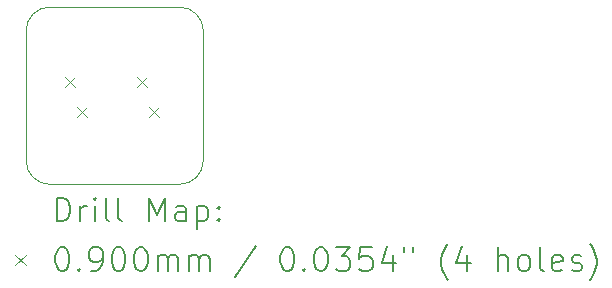
<source format=gbr>
%TF.GenerationSoftware,KiCad,Pcbnew,8.0.1-8.0.1-1~ubuntu22.04.1*%
%TF.CreationDate,2024-03-30T14:56:26-04:00*%
%TF.ProjectId,terminaison_can,7465726d-696e-4616-9973-6f6e5f63616e,rev?*%
%TF.SameCoordinates,Original*%
%TF.FileFunction,Drillmap*%
%TF.FilePolarity,Positive*%
%FSLAX45Y45*%
G04 Gerber Fmt 4.5, Leading zero omitted, Abs format (unit mm)*
G04 Created by KiCad (PCBNEW 8.0.1-8.0.1-1~ubuntu22.04.1) date 2024-03-30 14:56:26*
%MOMM*%
%LPD*%
G01*
G04 APERTURE LIST*
%ADD10C,0.050000*%
%ADD11C,0.200000*%
%ADD12C,0.100000*%
G04 APERTURE END LIST*
D10*
X1900000Y-3500000D02*
G75*
G02*
X1700000Y-3300000I0J200000D01*
G01*
X3200000Y-2200000D02*
X3200000Y-3300000D01*
X3200000Y-3300000D02*
G75*
G02*
X3000000Y-3500000I-200000J0D01*
G01*
X1700000Y-2200000D02*
X1700000Y-3300000D01*
X1900000Y-2000000D02*
X3000000Y-2000000D01*
X1700000Y-2200000D02*
G75*
G02*
X1900000Y-2000000I200000J0D01*
G01*
X3000000Y-3500000D02*
X1900000Y-3500000D01*
X3000000Y-2000000D02*
G75*
G02*
X3200000Y-2200000I0J-200000D01*
G01*
D11*
D12*
X2026600Y-2590000D02*
X2116600Y-2680000D01*
X2116600Y-2590000D02*
X2026600Y-2680000D01*
X2128200Y-2843000D02*
X2218200Y-2933000D01*
X2218200Y-2843000D02*
X2128200Y-2933000D01*
X2636200Y-2590000D02*
X2726200Y-2680000D01*
X2726200Y-2590000D02*
X2636200Y-2680000D01*
X2737800Y-2843000D02*
X2827800Y-2933000D01*
X2827800Y-2843000D02*
X2737800Y-2933000D01*
D11*
X1958277Y-3813984D02*
X1958277Y-3613984D01*
X1958277Y-3613984D02*
X2005896Y-3613984D01*
X2005896Y-3613984D02*
X2034467Y-3623508D01*
X2034467Y-3623508D02*
X2053515Y-3642555D01*
X2053515Y-3642555D02*
X2063039Y-3661603D01*
X2063039Y-3661603D02*
X2072562Y-3699698D01*
X2072562Y-3699698D02*
X2072562Y-3728269D01*
X2072562Y-3728269D02*
X2063039Y-3766365D01*
X2063039Y-3766365D02*
X2053515Y-3785412D01*
X2053515Y-3785412D02*
X2034467Y-3804460D01*
X2034467Y-3804460D02*
X2005896Y-3813984D01*
X2005896Y-3813984D02*
X1958277Y-3813984D01*
X2158277Y-3813984D02*
X2158277Y-3680650D01*
X2158277Y-3718746D02*
X2167801Y-3699698D01*
X2167801Y-3699698D02*
X2177324Y-3690174D01*
X2177324Y-3690174D02*
X2196372Y-3680650D01*
X2196372Y-3680650D02*
X2215420Y-3680650D01*
X2282086Y-3813984D02*
X2282086Y-3680650D01*
X2282086Y-3613984D02*
X2272563Y-3623508D01*
X2272563Y-3623508D02*
X2282086Y-3633031D01*
X2282086Y-3633031D02*
X2291610Y-3623508D01*
X2291610Y-3623508D02*
X2282086Y-3613984D01*
X2282086Y-3613984D02*
X2282086Y-3633031D01*
X2405896Y-3813984D02*
X2386848Y-3804460D01*
X2386848Y-3804460D02*
X2377324Y-3785412D01*
X2377324Y-3785412D02*
X2377324Y-3613984D01*
X2510658Y-3813984D02*
X2491610Y-3804460D01*
X2491610Y-3804460D02*
X2482086Y-3785412D01*
X2482086Y-3785412D02*
X2482086Y-3613984D01*
X2739229Y-3813984D02*
X2739229Y-3613984D01*
X2739229Y-3613984D02*
X2805896Y-3756841D01*
X2805896Y-3756841D02*
X2872562Y-3613984D01*
X2872562Y-3613984D02*
X2872562Y-3813984D01*
X3053515Y-3813984D02*
X3053515Y-3709222D01*
X3053515Y-3709222D02*
X3043991Y-3690174D01*
X3043991Y-3690174D02*
X3024943Y-3680650D01*
X3024943Y-3680650D02*
X2986848Y-3680650D01*
X2986848Y-3680650D02*
X2967801Y-3690174D01*
X3053515Y-3804460D02*
X3034467Y-3813984D01*
X3034467Y-3813984D02*
X2986848Y-3813984D01*
X2986848Y-3813984D02*
X2967801Y-3804460D01*
X2967801Y-3804460D02*
X2958277Y-3785412D01*
X2958277Y-3785412D02*
X2958277Y-3766365D01*
X2958277Y-3766365D02*
X2967801Y-3747317D01*
X2967801Y-3747317D02*
X2986848Y-3737793D01*
X2986848Y-3737793D02*
X3034467Y-3737793D01*
X3034467Y-3737793D02*
X3053515Y-3728269D01*
X3148753Y-3680650D02*
X3148753Y-3880650D01*
X3148753Y-3690174D02*
X3167801Y-3680650D01*
X3167801Y-3680650D02*
X3205896Y-3680650D01*
X3205896Y-3680650D02*
X3224943Y-3690174D01*
X3224943Y-3690174D02*
X3234467Y-3699698D01*
X3234467Y-3699698D02*
X3243991Y-3718746D01*
X3243991Y-3718746D02*
X3243991Y-3775888D01*
X3243991Y-3775888D02*
X3234467Y-3794936D01*
X3234467Y-3794936D02*
X3224943Y-3804460D01*
X3224943Y-3804460D02*
X3205896Y-3813984D01*
X3205896Y-3813984D02*
X3167801Y-3813984D01*
X3167801Y-3813984D02*
X3148753Y-3804460D01*
X3329705Y-3794936D02*
X3339229Y-3804460D01*
X3339229Y-3804460D02*
X3329705Y-3813984D01*
X3329705Y-3813984D02*
X3320182Y-3804460D01*
X3320182Y-3804460D02*
X3329705Y-3794936D01*
X3329705Y-3794936D02*
X3329705Y-3813984D01*
X3329705Y-3690174D02*
X3339229Y-3699698D01*
X3339229Y-3699698D02*
X3329705Y-3709222D01*
X3329705Y-3709222D02*
X3320182Y-3699698D01*
X3320182Y-3699698D02*
X3329705Y-3690174D01*
X3329705Y-3690174D02*
X3329705Y-3709222D01*
D12*
X1607500Y-4097500D02*
X1697500Y-4187500D01*
X1697500Y-4097500D02*
X1607500Y-4187500D01*
D11*
X1996372Y-4033984D02*
X2015420Y-4033984D01*
X2015420Y-4033984D02*
X2034467Y-4043508D01*
X2034467Y-4043508D02*
X2043991Y-4053031D01*
X2043991Y-4053031D02*
X2053515Y-4072079D01*
X2053515Y-4072079D02*
X2063039Y-4110174D01*
X2063039Y-4110174D02*
X2063039Y-4157793D01*
X2063039Y-4157793D02*
X2053515Y-4195889D01*
X2053515Y-4195889D02*
X2043991Y-4214936D01*
X2043991Y-4214936D02*
X2034467Y-4224460D01*
X2034467Y-4224460D02*
X2015420Y-4233984D01*
X2015420Y-4233984D02*
X1996372Y-4233984D01*
X1996372Y-4233984D02*
X1977324Y-4224460D01*
X1977324Y-4224460D02*
X1967801Y-4214936D01*
X1967801Y-4214936D02*
X1958277Y-4195889D01*
X1958277Y-4195889D02*
X1948753Y-4157793D01*
X1948753Y-4157793D02*
X1948753Y-4110174D01*
X1948753Y-4110174D02*
X1958277Y-4072079D01*
X1958277Y-4072079D02*
X1967801Y-4053031D01*
X1967801Y-4053031D02*
X1977324Y-4043508D01*
X1977324Y-4043508D02*
X1996372Y-4033984D01*
X2148753Y-4214936D02*
X2158277Y-4224460D01*
X2158277Y-4224460D02*
X2148753Y-4233984D01*
X2148753Y-4233984D02*
X2139229Y-4224460D01*
X2139229Y-4224460D02*
X2148753Y-4214936D01*
X2148753Y-4214936D02*
X2148753Y-4233984D01*
X2253515Y-4233984D02*
X2291610Y-4233984D01*
X2291610Y-4233984D02*
X2310658Y-4224460D01*
X2310658Y-4224460D02*
X2320182Y-4214936D01*
X2320182Y-4214936D02*
X2339229Y-4186365D01*
X2339229Y-4186365D02*
X2348753Y-4148269D01*
X2348753Y-4148269D02*
X2348753Y-4072079D01*
X2348753Y-4072079D02*
X2339229Y-4053031D01*
X2339229Y-4053031D02*
X2329705Y-4043508D01*
X2329705Y-4043508D02*
X2310658Y-4033984D01*
X2310658Y-4033984D02*
X2272563Y-4033984D01*
X2272563Y-4033984D02*
X2253515Y-4043508D01*
X2253515Y-4043508D02*
X2243991Y-4053031D01*
X2243991Y-4053031D02*
X2234467Y-4072079D01*
X2234467Y-4072079D02*
X2234467Y-4119698D01*
X2234467Y-4119698D02*
X2243991Y-4138746D01*
X2243991Y-4138746D02*
X2253515Y-4148269D01*
X2253515Y-4148269D02*
X2272563Y-4157793D01*
X2272563Y-4157793D02*
X2310658Y-4157793D01*
X2310658Y-4157793D02*
X2329705Y-4148269D01*
X2329705Y-4148269D02*
X2339229Y-4138746D01*
X2339229Y-4138746D02*
X2348753Y-4119698D01*
X2472563Y-4033984D02*
X2491610Y-4033984D01*
X2491610Y-4033984D02*
X2510658Y-4043508D01*
X2510658Y-4043508D02*
X2520182Y-4053031D01*
X2520182Y-4053031D02*
X2529705Y-4072079D01*
X2529705Y-4072079D02*
X2539229Y-4110174D01*
X2539229Y-4110174D02*
X2539229Y-4157793D01*
X2539229Y-4157793D02*
X2529705Y-4195889D01*
X2529705Y-4195889D02*
X2520182Y-4214936D01*
X2520182Y-4214936D02*
X2510658Y-4224460D01*
X2510658Y-4224460D02*
X2491610Y-4233984D01*
X2491610Y-4233984D02*
X2472563Y-4233984D01*
X2472563Y-4233984D02*
X2453515Y-4224460D01*
X2453515Y-4224460D02*
X2443991Y-4214936D01*
X2443991Y-4214936D02*
X2434467Y-4195889D01*
X2434467Y-4195889D02*
X2424944Y-4157793D01*
X2424944Y-4157793D02*
X2424944Y-4110174D01*
X2424944Y-4110174D02*
X2434467Y-4072079D01*
X2434467Y-4072079D02*
X2443991Y-4053031D01*
X2443991Y-4053031D02*
X2453515Y-4043508D01*
X2453515Y-4043508D02*
X2472563Y-4033984D01*
X2663039Y-4033984D02*
X2682086Y-4033984D01*
X2682086Y-4033984D02*
X2701134Y-4043508D01*
X2701134Y-4043508D02*
X2710658Y-4053031D01*
X2710658Y-4053031D02*
X2720182Y-4072079D01*
X2720182Y-4072079D02*
X2729705Y-4110174D01*
X2729705Y-4110174D02*
X2729705Y-4157793D01*
X2729705Y-4157793D02*
X2720182Y-4195889D01*
X2720182Y-4195889D02*
X2710658Y-4214936D01*
X2710658Y-4214936D02*
X2701134Y-4224460D01*
X2701134Y-4224460D02*
X2682086Y-4233984D01*
X2682086Y-4233984D02*
X2663039Y-4233984D01*
X2663039Y-4233984D02*
X2643991Y-4224460D01*
X2643991Y-4224460D02*
X2634467Y-4214936D01*
X2634467Y-4214936D02*
X2624944Y-4195889D01*
X2624944Y-4195889D02*
X2615420Y-4157793D01*
X2615420Y-4157793D02*
X2615420Y-4110174D01*
X2615420Y-4110174D02*
X2624944Y-4072079D01*
X2624944Y-4072079D02*
X2634467Y-4053031D01*
X2634467Y-4053031D02*
X2643991Y-4043508D01*
X2643991Y-4043508D02*
X2663039Y-4033984D01*
X2815420Y-4233984D02*
X2815420Y-4100650D01*
X2815420Y-4119698D02*
X2824943Y-4110174D01*
X2824943Y-4110174D02*
X2843991Y-4100650D01*
X2843991Y-4100650D02*
X2872563Y-4100650D01*
X2872563Y-4100650D02*
X2891610Y-4110174D01*
X2891610Y-4110174D02*
X2901134Y-4129222D01*
X2901134Y-4129222D02*
X2901134Y-4233984D01*
X2901134Y-4129222D02*
X2910658Y-4110174D01*
X2910658Y-4110174D02*
X2929705Y-4100650D01*
X2929705Y-4100650D02*
X2958277Y-4100650D01*
X2958277Y-4100650D02*
X2977324Y-4110174D01*
X2977324Y-4110174D02*
X2986848Y-4129222D01*
X2986848Y-4129222D02*
X2986848Y-4233984D01*
X3082086Y-4233984D02*
X3082086Y-4100650D01*
X3082086Y-4119698D02*
X3091610Y-4110174D01*
X3091610Y-4110174D02*
X3110658Y-4100650D01*
X3110658Y-4100650D02*
X3139229Y-4100650D01*
X3139229Y-4100650D02*
X3158277Y-4110174D01*
X3158277Y-4110174D02*
X3167801Y-4129222D01*
X3167801Y-4129222D02*
X3167801Y-4233984D01*
X3167801Y-4129222D02*
X3177324Y-4110174D01*
X3177324Y-4110174D02*
X3196372Y-4100650D01*
X3196372Y-4100650D02*
X3224943Y-4100650D01*
X3224943Y-4100650D02*
X3243991Y-4110174D01*
X3243991Y-4110174D02*
X3253515Y-4129222D01*
X3253515Y-4129222D02*
X3253515Y-4233984D01*
X3643991Y-4024460D02*
X3472563Y-4281603D01*
X3901134Y-4033984D02*
X3920182Y-4033984D01*
X3920182Y-4033984D02*
X3939229Y-4043508D01*
X3939229Y-4043508D02*
X3948753Y-4053031D01*
X3948753Y-4053031D02*
X3958277Y-4072079D01*
X3958277Y-4072079D02*
X3967801Y-4110174D01*
X3967801Y-4110174D02*
X3967801Y-4157793D01*
X3967801Y-4157793D02*
X3958277Y-4195889D01*
X3958277Y-4195889D02*
X3948753Y-4214936D01*
X3948753Y-4214936D02*
X3939229Y-4224460D01*
X3939229Y-4224460D02*
X3920182Y-4233984D01*
X3920182Y-4233984D02*
X3901134Y-4233984D01*
X3901134Y-4233984D02*
X3882086Y-4224460D01*
X3882086Y-4224460D02*
X3872563Y-4214936D01*
X3872563Y-4214936D02*
X3863039Y-4195889D01*
X3863039Y-4195889D02*
X3853515Y-4157793D01*
X3853515Y-4157793D02*
X3853515Y-4110174D01*
X3853515Y-4110174D02*
X3863039Y-4072079D01*
X3863039Y-4072079D02*
X3872563Y-4053031D01*
X3872563Y-4053031D02*
X3882086Y-4043508D01*
X3882086Y-4043508D02*
X3901134Y-4033984D01*
X4053515Y-4214936D02*
X4063039Y-4224460D01*
X4063039Y-4224460D02*
X4053515Y-4233984D01*
X4053515Y-4233984D02*
X4043991Y-4224460D01*
X4043991Y-4224460D02*
X4053515Y-4214936D01*
X4053515Y-4214936D02*
X4053515Y-4233984D01*
X4186848Y-4033984D02*
X4205896Y-4033984D01*
X4205896Y-4033984D02*
X4224944Y-4043508D01*
X4224944Y-4043508D02*
X4234468Y-4053031D01*
X4234468Y-4053031D02*
X4243991Y-4072079D01*
X4243991Y-4072079D02*
X4253515Y-4110174D01*
X4253515Y-4110174D02*
X4253515Y-4157793D01*
X4253515Y-4157793D02*
X4243991Y-4195889D01*
X4243991Y-4195889D02*
X4234468Y-4214936D01*
X4234468Y-4214936D02*
X4224944Y-4224460D01*
X4224944Y-4224460D02*
X4205896Y-4233984D01*
X4205896Y-4233984D02*
X4186848Y-4233984D01*
X4186848Y-4233984D02*
X4167801Y-4224460D01*
X4167801Y-4224460D02*
X4158277Y-4214936D01*
X4158277Y-4214936D02*
X4148753Y-4195889D01*
X4148753Y-4195889D02*
X4139229Y-4157793D01*
X4139229Y-4157793D02*
X4139229Y-4110174D01*
X4139229Y-4110174D02*
X4148753Y-4072079D01*
X4148753Y-4072079D02*
X4158277Y-4053031D01*
X4158277Y-4053031D02*
X4167801Y-4043508D01*
X4167801Y-4043508D02*
X4186848Y-4033984D01*
X4320182Y-4033984D02*
X4443991Y-4033984D01*
X4443991Y-4033984D02*
X4377325Y-4110174D01*
X4377325Y-4110174D02*
X4405896Y-4110174D01*
X4405896Y-4110174D02*
X4424944Y-4119698D01*
X4424944Y-4119698D02*
X4434468Y-4129222D01*
X4434468Y-4129222D02*
X4443991Y-4148269D01*
X4443991Y-4148269D02*
X4443991Y-4195889D01*
X4443991Y-4195889D02*
X4434468Y-4214936D01*
X4434468Y-4214936D02*
X4424944Y-4224460D01*
X4424944Y-4224460D02*
X4405896Y-4233984D01*
X4405896Y-4233984D02*
X4348753Y-4233984D01*
X4348753Y-4233984D02*
X4329706Y-4224460D01*
X4329706Y-4224460D02*
X4320182Y-4214936D01*
X4624944Y-4033984D02*
X4529706Y-4033984D01*
X4529706Y-4033984D02*
X4520182Y-4129222D01*
X4520182Y-4129222D02*
X4529706Y-4119698D01*
X4529706Y-4119698D02*
X4548753Y-4110174D01*
X4548753Y-4110174D02*
X4596372Y-4110174D01*
X4596372Y-4110174D02*
X4615420Y-4119698D01*
X4615420Y-4119698D02*
X4624944Y-4129222D01*
X4624944Y-4129222D02*
X4634468Y-4148269D01*
X4634468Y-4148269D02*
X4634468Y-4195889D01*
X4634468Y-4195889D02*
X4624944Y-4214936D01*
X4624944Y-4214936D02*
X4615420Y-4224460D01*
X4615420Y-4224460D02*
X4596372Y-4233984D01*
X4596372Y-4233984D02*
X4548753Y-4233984D01*
X4548753Y-4233984D02*
X4529706Y-4224460D01*
X4529706Y-4224460D02*
X4520182Y-4214936D01*
X4805896Y-4100650D02*
X4805896Y-4233984D01*
X4758277Y-4024460D02*
X4710658Y-4167317D01*
X4710658Y-4167317D02*
X4834468Y-4167317D01*
X4901134Y-4033984D02*
X4901134Y-4072079D01*
X4977325Y-4033984D02*
X4977325Y-4072079D01*
X5272563Y-4310174D02*
X5263039Y-4300650D01*
X5263039Y-4300650D02*
X5243991Y-4272079D01*
X5243991Y-4272079D02*
X5234468Y-4253031D01*
X5234468Y-4253031D02*
X5224944Y-4224460D01*
X5224944Y-4224460D02*
X5215420Y-4176841D01*
X5215420Y-4176841D02*
X5215420Y-4138746D01*
X5215420Y-4138746D02*
X5224944Y-4091127D01*
X5224944Y-4091127D02*
X5234468Y-4062555D01*
X5234468Y-4062555D02*
X5243991Y-4043508D01*
X5243991Y-4043508D02*
X5263039Y-4014936D01*
X5263039Y-4014936D02*
X5272563Y-4005412D01*
X5434468Y-4100650D02*
X5434468Y-4233984D01*
X5386849Y-4024460D02*
X5339230Y-4167317D01*
X5339230Y-4167317D02*
X5463039Y-4167317D01*
X5691610Y-4233984D02*
X5691610Y-4033984D01*
X5777325Y-4233984D02*
X5777325Y-4129222D01*
X5777325Y-4129222D02*
X5767801Y-4110174D01*
X5767801Y-4110174D02*
X5748753Y-4100650D01*
X5748753Y-4100650D02*
X5720182Y-4100650D01*
X5720182Y-4100650D02*
X5701134Y-4110174D01*
X5701134Y-4110174D02*
X5691610Y-4119698D01*
X5901134Y-4233984D02*
X5882087Y-4224460D01*
X5882087Y-4224460D02*
X5872563Y-4214936D01*
X5872563Y-4214936D02*
X5863039Y-4195889D01*
X5863039Y-4195889D02*
X5863039Y-4138746D01*
X5863039Y-4138746D02*
X5872563Y-4119698D01*
X5872563Y-4119698D02*
X5882087Y-4110174D01*
X5882087Y-4110174D02*
X5901134Y-4100650D01*
X5901134Y-4100650D02*
X5929706Y-4100650D01*
X5929706Y-4100650D02*
X5948753Y-4110174D01*
X5948753Y-4110174D02*
X5958277Y-4119698D01*
X5958277Y-4119698D02*
X5967801Y-4138746D01*
X5967801Y-4138746D02*
X5967801Y-4195889D01*
X5967801Y-4195889D02*
X5958277Y-4214936D01*
X5958277Y-4214936D02*
X5948753Y-4224460D01*
X5948753Y-4224460D02*
X5929706Y-4233984D01*
X5929706Y-4233984D02*
X5901134Y-4233984D01*
X6082087Y-4233984D02*
X6063039Y-4224460D01*
X6063039Y-4224460D02*
X6053515Y-4205412D01*
X6053515Y-4205412D02*
X6053515Y-4033984D01*
X6234468Y-4224460D02*
X6215420Y-4233984D01*
X6215420Y-4233984D02*
X6177325Y-4233984D01*
X6177325Y-4233984D02*
X6158277Y-4224460D01*
X6158277Y-4224460D02*
X6148753Y-4205412D01*
X6148753Y-4205412D02*
X6148753Y-4129222D01*
X6148753Y-4129222D02*
X6158277Y-4110174D01*
X6158277Y-4110174D02*
X6177325Y-4100650D01*
X6177325Y-4100650D02*
X6215420Y-4100650D01*
X6215420Y-4100650D02*
X6234468Y-4110174D01*
X6234468Y-4110174D02*
X6243991Y-4129222D01*
X6243991Y-4129222D02*
X6243991Y-4148269D01*
X6243991Y-4148269D02*
X6148753Y-4167317D01*
X6320182Y-4224460D02*
X6339230Y-4233984D01*
X6339230Y-4233984D02*
X6377325Y-4233984D01*
X6377325Y-4233984D02*
X6396372Y-4224460D01*
X6396372Y-4224460D02*
X6405896Y-4205412D01*
X6405896Y-4205412D02*
X6405896Y-4195889D01*
X6405896Y-4195889D02*
X6396372Y-4176841D01*
X6396372Y-4176841D02*
X6377325Y-4167317D01*
X6377325Y-4167317D02*
X6348753Y-4167317D01*
X6348753Y-4167317D02*
X6329706Y-4157793D01*
X6329706Y-4157793D02*
X6320182Y-4138746D01*
X6320182Y-4138746D02*
X6320182Y-4129222D01*
X6320182Y-4129222D02*
X6329706Y-4110174D01*
X6329706Y-4110174D02*
X6348753Y-4100650D01*
X6348753Y-4100650D02*
X6377325Y-4100650D01*
X6377325Y-4100650D02*
X6396372Y-4110174D01*
X6472563Y-4310174D02*
X6482087Y-4300650D01*
X6482087Y-4300650D02*
X6501134Y-4272079D01*
X6501134Y-4272079D02*
X6510658Y-4253031D01*
X6510658Y-4253031D02*
X6520182Y-4224460D01*
X6520182Y-4224460D02*
X6529706Y-4176841D01*
X6529706Y-4176841D02*
X6529706Y-4138746D01*
X6529706Y-4138746D02*
X6520182Y-4091127D01*
X6520182Y-4091127D02*
X6510658Y-4062555D01*
X6510658Y-4062555D02*
X6501134Y-4043508D01*
X6501134Y-4043508D02*
X6482087Y-4014936D01*
X6482087Y-4014936D02*
X6472563Y-4005412D01*
M02*

</source>
